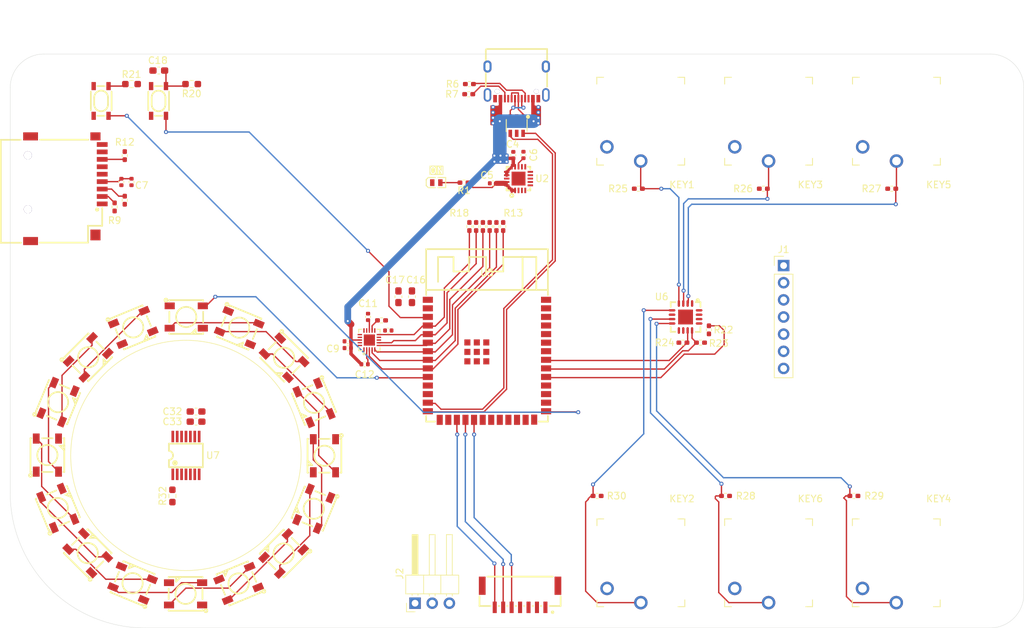
<source format=kicad_pcb>
(kicad_pcb (version 20241229) (generator "pcbnew") (generator_version "9.0")
  (layers (0 "F.Cu" signal) (4 "In1.Cu" power) (6 "In2.Cu" power) (2 "B.Cu" signal) (13 "F.Paste" user) (15 "B.Paste" user) (5 "F.SilkS" user "F.Silkscreen") (7 "B.SilkS" user "B.Silkscreen") (1 "F.Mask" user) (3 "B.Mask" user) (25 "Edge.Cuts" user))
  (net 0 "")
  (net 1 "5V")
  (net 2 "GND")
  (net 3 "USB_D+_UP")
  (net 4 "3V3")
  (net 5 "Net-(U2-NR{slash}SS)")
  (net 6 "Net-(U4-1.8VOUT)")
  (net 7 "Net-(U4-VCP)")
  (net 8 "EN")
  (net 9 "SD_CS")
  (net 11 "MISO")
  (net 12 "MOSI")
  (net 13 "SCK")
  (net 15 "USB_D+")
  (net 16 "USB_D-")
  (net 17 "Net-(LED1-A)")
  (net 18 "Net-(LED2-DOUT)")
  (net 19 "NEOPIXEL_DIN")
  (net 20 "Net-(LED3-DOUT)")
  (net 21 "Net-(LED4-DOUT)")
  (net 22 "Net-(LED5-DOUT)")
  (net 23 "Net-(LED6-DOUT)")
  (net 24 "Net-(LED7-DOUT)")
  (net 25 "Net-(LED8-DOUT)")
  (net 26 "Net-(USB1-CC1)")
  (net 27 "Net-(USB1-CC2)")
  (net 28 "UH")
  (net 29 "VH")
  (net 30 "WH")
  (net 31 "UL")
  (net 32 "WL")
  (net 33 "VL")
  (net 34 "Net-(U4-DIAG)")
  (net 35 "BOOT")
  (net 36 "SDA")
  (net 37 "SCL")
  (net 38 "KEY_INT")
  (net 39 "KEY1")
  (net 40 "KEY2")
  (net 41 "KEY3")
  (net 42 "KEY6")
  (net 43 "KEY5")
  (net 44 "KEY4")
  (net 45 "ENCODER_CS")
  (net 52 "B_OUT")
  (net 54 "A_OUT")
  (net 55 "OLED_RST")
  (net 59 "OLED_DC")
  (net 60 "OLED_CS")
  (net 67 "U")
  (net 68 "W")
  (net 69 "V")
  (net 83 "Net-(LED10-DIN)")
  (net 84 "Net-(LED10-DOUT)")
  (net 85 "Net-(LED11-DOUT)")
  (net 86 "Net-(LED12-DOUT)")
  (net 87 "Net-(LED13-DOUT)")
  (net 88 "Net-(LED14-DOUT)")
  (net 89 "Net-(LED15-DOUT)")
  (net 90 "Net-(LED16-DOUT)")
  (net 92 "USB_D-_UP")
  (footprint "MountingHole:MountingHole_2.2mm_M2" (layer "F.Cu") (at 103.3325 117.7175)
    (property "Reference" "REF**" (hide yes))
    (property "Value" "MountingHole_2.2mm_M2" (hide yes))
  )
  (footprint "easyeda2kicad:LED-SMD_4P-L5.0-W5.0-TL_WS2812B-B" (layer "F.Cu") (at 95.589666 96.468956 45)
    (property "Reference" "LED16" (hide yes))
    (property "Value" "WS2812B-B/W" (hide yes))
  )
  (footprint "Capacitor_SMD:C_0402_1005Metric" (layer "F.Cu") (at 100.5 70.5 90)
    (property "Reference" "C8" (hide yes))
    (property "Value" "0.1uF 6.3V" (hide yes))
  )
  (footprint "Capacitor_SMD:C_0603_1608Metric_Pad1.08x0.95mm_HandSolder" (layer "F.Cu") (at 111.55 106)
    (property "Reference" "C33")
    (property "Value" "0.1uF 6.3V" (hide yes))
  )
  (footprint "Resistor_SMD:R_0402_1005Metric_Pad0.72x0.64mm_HandSolder" (layer "F.Cu") (at 187.45 92.4025 -90)
    (property "Reference" "R22")
    (property "Value" "4.7K" (hide yes))
  )
  (footprint "Capacitor_SMD:C_0402_1005Metric" (layer "F.Cu") (at 102 70.5 90)
    (property "Reference" "C7")
    (property "Value" "10uF 6.3V" (hide yes))
  )
  (footprint "key-switches:SW_Kailh_Choc_V1_THT" (layer "F.Cu") (at 196.275 61.5)
    (property "Reference" "SW3" (hide yes))
    (property "Value" "SW_Push" (hide yes))
  )
  (footprint "easyeda2kicad:VQFN-16_L4.0-W4.0-P0.65-TL-EP2.2" (layer "F.Cu") (at 183.99 90.5 -90)
    (property "Reference" "U6")
    (property "Value" "PCA9554ARGVR" (hide yes))
  )
  (footprint "Capacitor_SMD:C_0402_1005Metric" (layer "F.Cu") (at 160 66.5 -90)
    (property "Reference" "C6")
    (property "Value" "100nF 10V" (hide yes))
  )
  (footprint "Resistor_SMD:R_0402_1005Metric_Pad0.72x0.64mm_HandSolder" (layer "F.Cu") (at 156 77.0975 90)
    (property "Reference" "R14" (hide yes))
    (property "Value" "100K" (hide yes))
  )
  (footprint "easyeda2kicad:TF-SMD_TF-PUSH" (layer "F.Cu") (at 92.3625 71.5 -90)
    (property "Reference" "Card1" (hide yes))
    (property "Value" "TF PUSH" (hide yes))
  )
  (footprint "Resistor_SMD:R_0603_1608Metric_Pad0.98x0.95mm_HandSolder" (layer "F.Cu") (at 110.9 56 180)
    (property "Reference" "R20")
    (property "Value" "10K" (hide yes))
  )
  (footprint "Resistor_SMD:R_0402_1005Metric_Pad0.72x0.64mm_HandSolder" (layer "F.Cu") (at 183.6 94.3 180)
    (property "Reference" "R24")
    (property "Value" "4.7K" (hide yes))
  )
  (footprint "Capacitor_SMD:C_0603_1608Metric_Pad1.08x0.95mm_HandSolder" (layer "F.Cu") (at 143.5 87.5 -90)
    (property "Reference" "C16")
    (property "Value" "0.1uF 6.3V" (hide yes))
  )
  (footprint "key-switches:SW_Kailh_Choc_V1_THT" (layer "F.Cu") (at 215.2 61.5)
    (property "Reference" "SW5" (hide yes))
    (property "Value" "SW_Push" (hide yes))
  )
  (footprint "Capacitor_SMD:C_0402_1005Metric" (layer "F.Cu") (at 134 94.1 180)
    (property "Reference" "C10" (hide yes))
    (property "Value" "0.1uF 10V" (hide yes))
  )
  (footprint "MountingHole:MountingHole_2.2mm_M2" (layer "F.Cu") (at 116.7675 104.2825)
    (property "Reference" "REF**" (hide yes))
    (property "Value" "MountingHole_2.2mm_M2" (hide yes))
  )
  (footprint "MountingHole:MountingHole_2.2mm_M2" (layer "F.Cu") (at 116.7675 117.7175)
    (property "Reference" "REF**" (hide yes))
    (property "Value" "MountingHole_2.2mm_M2" (hide yes))
  )
  (footprint "easyeda2kicad:LED-SMD_4P-L5.0-W5.0-TL_WS2812B-B" (layer "F.Cu") (at 110 131.5 180)
    (property "Reference" "LED10" (hide yes))
    (property "Value" "WS2812B-B/W" (hide yes))
  )
  (footprint "Resistor_SMD:R_0402_1005Metric_Pad0.72x0.64mm_HandSolder" (layer "F.Cu") (at 189.9025 117 180)
    (property "Reference" "R28")
    (property "Value" "10K" (hide yes))
  )
  (footprint "easyeda2kicad:TSSOP-14_L5.0-W4.4-P0.65-LS6.4-BL" (layer "F.Cu") (at 110.06 111)
    (property "Reference" "U7")
    (property "Value" "AS5047P-ATSM_C962063" (hide yes))
  )
  (footprint "easyeda2kicad:LED-SMD_4P-L5.0-W5.0-TL_WS2812B-B" (layer "F.Cu") (at 130.55 111.05 -90)
    (property "Reference" "LED6" (hide yes))
    (property "Value" "WS2812B-B/W" (hide yes))
  )
  (footprint "Connector_PinHeader_2.54mm:PinHeader_1x03_P2.54mm_Horizontal" (layer "F.Cu") (at 143.96 132.885 90)
    (property "Reference" "J2")
    (property "Value" "Conn_01x03")
  )
  (footprint "Resistor_SMD:R_0402_1005Metric_Pad0.72x0.64mm_HandSolder" (layer "F.Cu") (at 155 77.0975 90)
    (property "Reference" "R15" (hide yes))
    (property "Value" "100K" (hide yes))
  )
  (footprint "Resistor_SMD:R_0402_1005Metric_Pad0.72x0.64mm_HandSolder" (layer "F.Cu") (at 151.9025 57.5 180)
    (property "Reference" "R7")
    (property "Value" "5.1K" (hide yes))
  )
  (footprint "easyeda2kicad:LED-SMD_4P-L5.0-W5.0-TL_WS2812B-B" (layer "F.Cu") (at 110.1 90.5)
    (property "Reference" "LED2" (hide yes))
    (property "Value" "WS2812B-B/W" (hide yes))
  )
  (footprint "Resistor_SMD:R_0402_1005Metric_Pad0.72x0.64mm_HandSolder" (layer "F.Cu") (at 152 77.0975 90)
    (property "Reference" "R18")
    (property "Value" "100K" (hide yes))
  )
  (footprint "Resistor_SMD:R_0402_1005Metric_Pad0.72x0.64mm_HandSolder" (layer "F.Cu") (at 151.2025 70.6 180)
    (property "Reference" "R1")
    (property "Value" "10K" (hide yes))
  )
  (footprint "Resistor_SMD:R_0402_1005Metric_Pad0.72x0.64mm_HandSolder" (layer "F.Cu") (at 208.9025 117 180)
    (property "Reference" "R29")
    (property "Value" "10K" (hide yes))
  )
  (footprint "easyeda2kicad:LED-SMD_4P-L5.0-W5.0-TL_WS2812B-B" (layer "F.Cu") (at 128.970396 118.891204 -112.5)
    (property "Reference" "LED7" (hide yes))
    (property "Value" "WS2812B-B/W" (hide yes))
  )
  (footprint "Capacitor_SMD:C_0402_1005Metric" (layer "F.Cu") (at 155.5 70.7)
    (property "Reference" "C5")
    (property "Value" "10uF 6.3V" (hide yes))
  )
  (footprint "Capacitor_SMD:C_0402_1005Metric" (layer "F.Cu") (at 136.5 97.5)
    (property "Reference" "C12")
    (property "Value" "0.1uF 10V" (hide yes))
  )
  (footprint "easyeda2kicad:LED-SMD_L1.6-W0.8-RD-WHITE-2" (layer "F.Cu") (at 147.105 70.6)
    (property "Reference" "LED1" (hide yes))
    (property "Value" "HL-PST-1608H233W(8000-12000K)" (hide yes))
  )
  (footprint "key-switches:SW_Kailh_Choc_V1_THT" (layer "F.Cu") (at 177.35 61.5)
    (property "Reference" "SW1" (hide yes))
    (property "Value" "SW_Push" (hide yes))
  )
  (footprint "easyeda2kicad:LED-SMD_4P-L5.0-W5.0-TL_WS2812B-B" (layer "F.Cu") (at 91.129604 103.108796 67.5)
    (property "Reference" "LED15" (hide yes))
    (property "Value" "WS2812B-B/W" (hide yes))
  )
  (footprint "easyeda2kicad:LED-SMD_4P-L5.0-W5.0-TL_WS2812B-B" (layer "F.Cu") (at 124.510334 125.531044 -135)
    (property "Reference" "LED8" (hide yes))
    (property "Value" "WS2812B-B/W" (hide yes))
  )
  (footprint "easyeda2kicad:LED-SMD_4P-L5.0-W5.0-TL_WS2812B-B" (layer "F.Cu") (at 117.848816 129.958665 -157.5)
    (property "Reference" "LED9" (hide yes))
    (property "Value" "WS2812B-B/W" (hide yes))
  )
  (footprint "Resistor_SMD:R_0402_1005Metric_Pad0.72x0.64mm_HandSolder" (layer "F.Cu") (at 99.5 74.2 90)
    (property "Reference" "R9")
    (property "Value" "47K" (hide yes))
  )
  (footprint "easyeda2kicad:LED-SMD_4P-L5.0-W5.0-TL_WS2812B-B" (layer "F.Cu") (at 129.008665 103.201184 -67.5)
    (property "Reference" "LED5" (hide yes))
    (property "Value" "WS2812B-B/W" (hide yes))
  )
  (footprint "Capacitor_SMD:C_0603_1608Metric_Pad1.08x0.95mm_HandSolder" (layer "F.Cu") (at 111.55 104.5)
    (property "Reference" "C32")
    (property "Value" "1uF 6.3V" (hide yes))
  )
  (footprint "Resistor_SMD:R_0402_1005Metric_Pad0.72x0.64mm_HandSolder" (layer "F.Cu") (at 154 77.0975 90)
    (property "Reference" "R16" (hide yes))
    (property "Value" "100K" (hide yes))
  )
  (footprint "easyeda2kicad:LED-SMD_4P-L5.0-W5.0-TL_WS2812B-B" (layer "F.Cu") (at 89.55 110.95 90)
    (property "Reference" "LED14" (hide yes))
    (property "Value" "WS2812B-B/W" (hide yes))
  )
  (footprint "MountingHole:MountingHole_3.2mm_M3" (layer "F.Cu") (at 229 131.5)
    (property "Reference" "REF**" (hide yes))
    (property "Value" "MountingHole_3.2mm_M3" (hide yes))
  )
  (footprint "key-switches:SW_Kailh_Choc_V1_THT" (layer "F.Cu") (at 196.275 126.9)
    (property "Reference" "SW6" (hide yes))
    (property "Value" "SW_Push" (hide yes))
  )
  (footprint "Resistor_SMD:R_0603_1608Metric_Pad0.98x0.95mm_HandSolder" (layer "F.Cu") (at 102 56)
    (property "Reference" "R21")
    (property "Value" "10K" (hide yes))
  )
  (footprint "MountingHole:MountingHole_2.7mm_M2.5" (layer "F.Cu") (at 168.525 109.936625)
    (property "Reference" "REF**" (hide yes))
    (property "Value" "MountingHole_2.7mm_M2.5" (hide yes))
  )
  (footprint "MountingHole:MountingHole_2.2mm_M2" (layer "F.Cu") (at 103.3325 104.2825)
    (property "Reference" "REF**" (hide yes))
    (property "Value" "MountingHole_2.2mm_M2" (hide yes))
  )
  (footprint "easyeda2kicad:USB-C-SMD_TYPE-C-6PIN-2MD-073" (layer "F.Cu") (at 159 55.78 180)
    (property "Reference" "USB1" (hide yes))
    (property "Value" "TYPE-C 16PIN 2MD(073)" (hide yes))
  )
  (footprint "Resistor_SMD:R_0402_1005Metric_Pad0.72x0.64mm_HandSolder" (layer "F.Cu") (at 101 66.5975 90)
    (property "Reference" "R12")
    (property "Value" "47K" (hide yes))
  )
  (footprint "MountingHole:MountingHole_2.7mm_M2.5" (layer "F.Cu") (at 168.525 77.436625)
    (property "Reference" "REF**" (hide yes))
    (property "Value" "MountingHole_2.7mm_M2.5" (hide yes))
  )
  (footprint "Capacitor_SMD:C_0402_1005Metric" (layer "F.Cu") (at 137 90.48 90)
    (property "Reference" "C11")
    (property "Value" "0.1uF" (hide yes))
  )
  (footprint "Resistor_SMD:R_0402_1005Metric_Pad0.72x0.64mm_HandSolder" (layer "F.Cu") (at 195.5 71.5)
    (property "Reference" "R26")
    (property "Value" "10K" (hide yes))
  )
  (footprint "easyeda2kicad:LED-SMD_4P-L5.0-W5.0-TL_WS2812B-B" (layer "F.Cu") (at 91.091335 118.798816 112.5)
    (property "Reference" "LED13" (hide yes))
    (property "Value" "WS2812B-B/W" (hide yes))
  )
  (footprint "easyeda2kicad:LED-SMD_4P-L5.0-W5.0-TL_WS2812B-B" (layer "F.Cu") (at 95.518956 125.460334 135)
    (property "Reference" "LED12" (hide yes))
    (property "Value" "WS2812B-B/W" (hide yes))
  )
  (footprint "MountingHole:MountingHole_2.7mm_M2.5" (layer "F.Cu") (at 224.025 77.436625)
    (property "Reference" "REF**" (hide yes))
    (property "Value" "MountingHole_2.7mm_M2.5" (hide yes))
  )
  (footprint "easyeda2kicad:SOT-23-6_L2.9-W1.6-P0.95-LS2.8-BL" (layer "F.Cu") (at 159 62.15 180)
    (property "Reference" "D5" (hide yes))
    (property "Value" "USBLC6-2SC6" (hide yes))
  )
  (footprint "Capacitor_SMD:C_0402_1005Metric" (layer "F.Cu") (at 158.5 66.52 -90)
    (property "Reference" "C4")
    (property "Value" "10uF 10V" (hide yes))
  )
  (footprint "MountingHole:MountingHole_3.2mm_M3" (layer "F.Cu") (at 229 56.5)
    (property "Reference" "REF**" (hide yes))
    (property "Value" "MountingHole_3.2mm_M3" (hide yes))
  )
  (footprint "Resistor_SMD:R_0402_1005Metric_Pad0.72x0.64mm_HandSolder" (layer "F.Cu") (at 153 77.0975 90)
    (property "Reference" "R17" (hide yes))
    (property "Value" "100K" (hide yes))
  )
  (footprint "MountingHole:MountingHole_3.2mm_M3" (layer "F.Cu") (at 137 131.5)
    (property "Reference" "REF**" (hide yes))
    (property "Value" "MountingHole_3.2mm_M3" (hide yes))
  )
  (footprint "Resistor_SMD:R_0402_1005Metric_Pad0.72x0.64mm_HandSolder" (layer "F.Cu") (at 101 73.2 90)
    (property "Reference" "R10" (hide yes))
    (property "Value" "47K" (hide yes))
  )
  (footprint "Connector_PinHeader_2.54mm:PinHeader_1x07_P2.54mm_Vertical" (layer "F.Cu") (at 198.5 82.88)
    (property "Reference" "J1")
    (property "Value" "Conn_01x07")
  )
  (footprint "Resistor_SMD:R_0402_1005Metric_Pad0.72x0.64mm_HandSolder" (layer "F.Cu") (at 157 77.0975 90)
    (property "Reference" "R13")
    (property "Value" "100K" (hide yes))
  )
  (footprint "Resistor_SMD:R_0402_1005Metric_Pad0.72x0.64mm_HandSolder" (layer "F.Cu") (at 214.5 71.5)
    (property "Reference" "R27")
    (property "Value" "10K" (hide yes))
  )
  (footprint "Resistor_SMD:R_0402_1005Metric_Pad0.72x0.64mm_HandSolder" (layer "F.Cu") (at 170.9025 117 180)
    (property "Reference" "R30")
    (property "Value" "10K" (hide yes))
  )
  (footprint "easyeda2kicad:KEY-SMD_4P-L4.2-W3.2-P2.20-LS5.1-TL" (layer "F.Cu") (at 97.5 58.5 90)
    (property "Reference" "SW8" (hide yes))
    (property "Value" "C92589" (hide yes))
  )
  (footprint "easyeda2kicad:LED-SMD_4P-L5.0-W5.0-TL_WS2812B-B" (layer "F.Cu") (at 117.941204 92.079604 -22.5)
    (property "Reference" "LED3" (hide yes))
    (property "Value" "WS2812B-B/W" (hide yes))
  )
  (footprint "key-switches:SW_Kailh_Choc_V1_THT" (layer "F.Cu") (at 177.375 126.9)
    (property "Reference" "SW2" (hide yes))
    (property "Value" "SW_Push" (hide yes))
  )
  (footprint "Capacitor_SMD:C_0603_1608Metric_Pad1.08x0.95mm_HandSolder" (layer "F.Cu") (at 141.5 87.5 -90)
    (property "Reference" "C17")
    (property "Value" "10uF 6.3V" (hide yes))
  )
  (footprint "easyeda2kicad:CONN-SMD_7P-P1.25_XYECONN_XY-GH1.25-7A61" (layer "F.Cu") (at 159.5 131.9 180)
    (property "Reference" "U5" (hide yes))
    (property "Value" "XY-GH1.25-7A61" (hide yes))
  )
  (footprint "MountingHole:MountingHole_3.2mm_M3" (layer "F.Cu") (at 89 56.5)
    (property "Reference" "REF**" (hide yes))
    (property "Value" "MountingHole_3.2mm_M3" (hide yes))
  )
  (footprint "key-switches:SW_Kailh_Choc_V1_THT" (layer "F.Cu") (at 215.175 126.9)
    (property "Reference" "SW4" (hide yes))
    (property "Value" "SW_Push" (hide yes))
  )
  (footprint "easyeda2kicad:QFN-20_L3.0-W3.0-P0.40-BL-EP1.7" (layer "F.Cu") (at 137.2 93.91)
    (property "Reference" "U4" (hide yes))
    (property "Value" "TMC6300-LA-T_C5274455" (hide yes))
  )
  (footprint "Resistor_SMD:R_0603_1608Metric_Pad0.98x0.95mm_HandSolder" (layer "F.Cu") (at 108.05 117 90)
    (property "Reference" "R32")
    (property "Value" "10K" (hide yes))
  )
  (footprint "easyeda2kicad:VQFN-20_L3.5-W3.5-P0.50-BL-EP2.1" (layer "F.Cu") (at 159.27 70)
    (property "Reference" "U2")
    (property "Value" "SGM2050XTRL20G/TR" (hide yes))
  )
  (footprint "Capacitor_SMD:C_0402_1005Metric" (layer "F.Cu") (at 140 92.5 180)
    (property "Reference" "C13" (hide yes))
    (property "Value" "0.1uF 6.3V" (hide yes))
  )
  (footprint "Resistor_SMD:R_0402_1005Metric_Pad0.72x0.64mm_HandSolder" (layer "F.Cu") (at 177 71.5)
    (property "Reference" "R25")
    (property "Value" "10K" (hide yes))
  )
  (footprint "Resistor_SMD:R_0402_1005Metric_Pad0.72x0.64mm_HandSolder" (layer "F.Cu") (at 152 56 180)
    (property "Reference" "R6")
    (property "Value" "5.1K" (hide yes))
  )
  (footprint "Capacitor_SMD:C_0402_1005Metric" (layer "F.Cu") (at 134 95.1 180)
    (property "Reference" "C9")
    (property "Value" "10uF 10V" (hide yes))
  )
  (footprint "easyeda2kicad:LED-SMD_4P-L5.0-W5.0-TL_WS2812B-B" (layer "F.Cu") (at 102.158796 129.920396 157.5)
    (property "Reference" "LED11" (hide yes))
    (property "Value" "WS2812B-B/W" (hide yes))
  )
  (footprint "easyeda2kicad:LED-SMD_4P-L5.0-W5.0-TL_WS2812B-B" (layer "F.Cu") (at 102.251184 92.041335 22.5)
    (property "Reference" "LED17" (hide yes))
    (property "Value" "WS2812B-B/W" (hide yes))
  )
  (footprint "Resistor_SMD:R_0402_1005Metric_Pad0.72x0.64mm_HandSolder" (layer "F.Cu") (at 139 91)
    (property "Reference" "R19" (hide yes))
    (property "Value" "10K" (hide yes))
  )
  (footprint "easyeda2kicad:WIRELM-SMD_ESP32-S3-WROOM-1" (layer "F.Cu") (at 154.6 96.8375)
    (property "Reference" "U3")
    (property "Value" "ESP32-S3-WROOM-1(N16R8)" (hide yes))
  )
  (footprint "easyeda2kicad:KEY-SMD_4P-L4.2-W3.2-P2.20-LS5.1-TL" (layer "F.Cu") (at 106 58.5 90)
    (property "Reference" "SW7" (hide yes))
    (property "Value" "C92589" (hide yes))
  )
  (footprint "Capacitor_SMD:C_0603_1608Metric_Pad1.08x0.95mm_HandSolder" (layer "F.Cu") (at 106.0375 54 180)
    (property "Reference" "C18")
    (property "Value" "0.1uF 6.3V" (hide yes))
  )
  (footprint "MountingHole:MountingHole_2.7mm_M2.5" (layer "F.Cu") (at 224.025 109.936625)
    (property "Reference" "REF**" (hide yes))
    (property "Value" "MountingHole_2.7mm_M2.5" (hide yes))
  )
  (footprint "easyeda2kicad:LED-SMD_4P-L5.0-W5.0-TL_WS2812B-B" (layer "F.Cu") (at 124.581044 96.539666 -45)
    (property "Reference" "LED4" (hide yes))
    (property "Value" "WS2812B-B/W" (hide yes))
  )
  (footprint "Resistor_SMD:R_0402_1005Metric_Pad0.72x0.64mm_HandSolder" (layer "F.Cu") (at 186.2 94.3)
    (property "Reference" "R23")
    (property "Value" "4.7K" (hide yes))
  )
  (gr_circle (center 110.05 111) (end 127.1 111) (stroke (width 0.1)) (fill no) (layer "F.SilkS"))
  (gr_arc (start 234.05 131.55) (mid 232.585534 135.085534) (end 229.05 136.55) (stroke (width 0.05)) (layer "Edge.Cuts"))
  (gr_line (start 89.05 51.55) (end 229.05 51.55) (stroke (width 0.05)) (layer "Edge.Cuts"))
  (gr_arc (start 84.05 56.55) (mid 85.514466 53.014466) (end 89.05 51.55) (stroke (width 0.05)) (layer "Edge.Cuts"))
  (gr_line (start 229.05 136.55) (end 104.05 136.55) (stroke (width 0.05)) (layer "Edge.Cuts"))
  (gr_line (start 84.05 116.55) (end 84.05 56.55) (stroke (width 0.05)) (layer "Edge.Cuts"))
  (gr_arc (start 104.05 136.55) (mid 89.907864 130.692136) (end 84.05 116.55) (stroke (width 0.05)) (layer "Edge.Cuts"))
  (gr_line (start 234.05 56.55) (end 234.05 131.55) (stroke (width 0.05)) (layer "Edge.Cuts"))
  (gr_arc (start 229.05 51.55) (mid 232.585534 53.014466) (end 234.05 56.55) (stroke (width 0.05)) (layer "Edge.Cuts"))
  (gr_text "KEY5" (at 219.5 71.5 0) (layer "F.SilkS") (effects (font (size 1 1)) (justify left bottom)))
  (gr_text "ON" (at 146 69.4 0) (layer "F.SilkS" knockout) (effects (font (size 1 1)) (justify left bottom)))
  (gr_text "KEY3" (at 200.5 71.5 0) (layer "F.SilkS") (effects (font (size 1 1)) (justify left bottom)))
  (gr_text "KEY2" (at 181.5 118 0) (layer "F.SilkS") (effects (font (size 1 1)) (justify left bottom)))
  (gr_text "KEY1" (at 181.5 71.5 0) (layer "F.SilkS") (effects (font (size 1 1)) (justify left bottom)))
  (gr_text "KEY6" (at 200.5 118 0) (layer "F.SilkS") (effects (font (size 1 1)) (justify left bottom)))
  (gr_text "KEY4" (at 219.5 118 0) (layer "F.SilkS") (effects (font (size 1 1)) (justify left bottom)))
  (segment (start 134.48 95.1) (end 134.48 95.96) (width 0.5) (layer "F.Cu") (net 1))
  (segment (start 158.5 67) (end 157.4 67) (width 0.5) (layer "F.Cu") (net 1))
  (segment (start 161.5 61.5) (end 161.4 61.4) (width 0.2) (layer "F.Cu") (net 1))
  (segment (start 156.6 58.16) (end 156.6 61.4) (width 0.5) (layer "F.Cu") (net 1))
  (segment (start 134.48 94.1) (end 134.48 95.1) (width 0.5) (layer "F.Cu") (net 1))
  (segment (start 157.4 67) (end 157.4 66.7) (width 0.5) (layer "F.Cu") (net 1))
  (segment (start 134.67 93.91) (end 134.48 94.1) (width 0.2) (layer "F.Cu") (net 1))
  (segment (start 156.6 61.4) (end 156.5 61.5) (width 0.2) (layer "F.Cu") (net 1))
  (segment (start 158.5 67) (end 158.5 67.98) (width 0.5) (layer "F.Cu") (net 1))
  (segment (start 135.79 93.91) (end 134.67 93.91) (width 0.2) (layer "F.Cu") (net 1))
  (segment (start 158.5 67) (end 158.5 68.02) (width 0.5) (layer "F.Cu") (net 1))
  (segment (start 158.27 68.25) (end 157.52 69) (width 0.4) (layer "F.Cu") (net 1))
  (segment (start 158.5 67.98) (end 158.77 68.25) (width 0.2) (layer "F.Cu") (net 1))
  (segment (start 157.4 66.7) (end 157.5 66.6) (width 0.5) (layer "F.Cu") (net 1))
  (segment (start 161.4 61.4) (end 161.4 58.16) (width 0.5) (layer "F.Cu") (net 1))
  (segment (start 134 91.1) (end 134.48 91.58) (width 1) (layer "F.Cu") (net 1))
  (segment (start 134.48 91.58) (end 134.48 94.1) (width 0.5) (layer "F.Cu") (net 1))
  (segment (start 158.5 68.02) (end 158.27 68.25) (width 0.2) (layer "F.Cu") (net 1))
  (segment (start 134.48 95.96) (end 136.02 97.5) (width 0.5) (layer "F.Cu") (net 1))
  (segment (start 157.52 69) (end 157.52 69.5) (width 0.5) (layer "F.Cu") (net 1))
  (via (at 162.2 61.8) (size 0.6) (drill 0.3) (layers "F.Cu" "B.Cu") (net 1))
  (via (at 157.5 66.6) (size 0.6) (drill 0.3) (layers "F.Cu" "B.Cu") (net 1))
  (via (at 155.5 61) (size 0.6) (drill 0.3) (layers "F.Cu" "B.Cu") (net 1))
  (via (at 161.5 61.5) (size 0.6) (drill 0.3) (layers "F.Cu" "B.Cu") (net 1))
  (via (at 156.6 66.6) (size 0.6) (drill 0.3) (layers "F.Cu" "B.Cu") (net 1))
  (via (at 155.7 66.6) (size 0.6) (drill 0.3) (layers "F.Cu" "B.Cu") (net 1))
  (via (at 155.5 59.4) (size 0.6) (drill 0.3) (layers "F.Cu" "B.Cu") (net 1))
  (via (at 155.7 67.5) (size 0.6) (drill 0.3) (layers "F.Cu" "B.Cu") (net 1))
  (via (at 134 91.1) (size 0.6) (drill 0.3) (layers "F.Cu" "B.Cu") (net 1))
  (via (at 162.2 60.2) (size 0.6) (drill 0.3) (layers "F.Cu" "B.Cu") (net 1))
  (via (at 162.2 59.4) (size 0.6) (drill 0.3) (layers "F.Cu" "B.Cu") (net 1))
  (via (at 162.2 61) (size 0.6) (drill 0.3) (layers "F.Cu" "B.Cu") (net 1))
  (via (at 156.5 61.5) (size 0.6) (drill 0.3) (layers "F.Cu" "B.Cu") (net 1))
  (via (at 155.5 61.8) (size 0.6) (drill 0.3) (layers "F.Cu" "B.Cu") (net 1))
  (via (at 155.5 60.2) (size 0.6) (drill 0.3) (layers "F.Cu" "B.Cu") (net 1))
  (via (at 157.5 67.5) (size 0.6) (drill 0.3) (layers "F.Cu" "B.Cu") (net 1))
  (via (at 156.6 67.5) (size 0.6) (drill 0.3) (layers "F.Cu" "B.Cu") (net 1))
  (segment (start 156.5 66.5) (end 134 89) (width 1) (layer "B.Cu") (net 1))
  (segment (start 134 89) (end 134 91.1) (width 1) (layer "B.Cu") (net 1))
  (segment (start 156.5 61.5) (end 156.5 66.5) (width 2) (layer "B.Cu") (net 1))
  (segment (start 156.5 61.5) (end 161.5 61.5) (width 2) (layer "B.Cu") (net 1))
  (segment (start 156.5 66.5) (end 156.6 66.6) (width 0.2) (layer "B.Cu") (net 1))
  (segment (start 159.25 57.358) (end 159.25 58.16) (width 0.2) (layer "F.Cu") (net 3))
  (segment (start 159.201 57.309) (end 159.25 57.358) (width 0.2) (layer "F.Cu") (net 3))
  (segment (start 158.299 57.309) (end 159.201 57.309) (width 0.2) (layer "F.Cu") (net 3))
  (segment (start 159.95 60.45) (end 159.95 61) (width 0.2) (layer "F.Cu") (net 3))
  (segment (start 158.25 57.358) (end 158.299 57.309) (width 0.2) (layer "F.Cu") (net 3))
  (segment (start 159.25 58.16) (end 159.25 59.75) (width 0.2) (layer "F.Cu") (net 3))
  (segment (start 159.25 59.75) (end 159.95 60.45) (width 0.2) (layer "F.Cu") (net 3))
  (segment (start 158.25 58.16) (end 158.25 57.358) (width 0.2) (layer "F.Cu") (net 3))
  (segment (start 155.98 70.7) (end 157.32 70.7) (width 0.75) (layer "F.Cu") (net 4))
  (segment (start 152.511 71.311) (end 151.8 70.6) (width 0.2) (layer "F.Cu") (net 4))
  (segment (start 157.52 71) (end 158.27 71.75) (width 0.5) (layer "F.Cu") (net 4))
  (segment (start 100.5 70.02) (end 102 70.02) (width 0.2) (layer "F.Cu") (net 4))
  (segment (start 155.98 70.7) (end 155.369 71.311) (width 0.2) (layer "F.Cu") (net 4))
  (segment (start 97.6625 70.45) (end 100.07 70.45) (width 0.2) (layer "F.Cu") (net 4))
  (segment (start 158.27 71.75) (end 158.679 71.75) (width 0.5) (layer "F.Cu") (net 4))
  (segment (start 155.369 71.311) (end 152.511 71.311) (width 0.2) (layer "F.Cu") (net 4))
  (segment (start 157.32 70.7) (end 157.52 70.5) (width 0.2) (layer "F.Cu") (net 4))
  (segment (start 100.07 70.45) (end 100.5 70.02) (width 0.2) (layer "F.Cu") (net 4))
  (segment (start 159.27 68.25) (end 159.27 67.71) (width 0.2) (layer "F.Cu") (net 5))
  (segment (start 159.27 67.71) (end 160 66.98) (width 0.2) (layer "F.Cu") (net 5))
  (segment (start 137.2 92.5) (end 137.2 91.16) (width 0.2) (layer "F.Cu") (net 6))
  (segment (start 137.2 91.16) (end 137 90.96) (width 0.2) (layer "F.Cu") (net 6))
  (segment (start 136.8 95.32) (end 136.8 96.6) (width 0.2) (layer "F.Cu") (net 7))
  (segment (start 136.8 96.6) (end 136.98 96.78) (width 0.2) (layer "F.Cu") (net 7))
  (segment (start 136.98 96.78) (end 136.98 97.5) (width 0.2) (layer "F.Cu") (net 7))
  (segment (start 137 80.7) (end 140.1 83.8) (width 0.2) (layer "F.Cu") (net 8))
  (segment (start 107.1 54.2) (end 106.9 54) (width 0.2) (layer "F.Cu") (net 8))
  (segment (start 141.7875 90.5875) (end 146 90.5875) (width 0.2) (layer "F.Cu") (net 8))
  (segment (start 107.1 56.3) (end 109.6875 56.3) (width 0.2) (layer "F.Cu") (net 8))
  (segment (start 140.1 83.8) (end 140.1 88.9) (width 0.2) (layer "F.Cu") (net 8))
  (segment (start 109.6875 56.3) (end 109.9875 56) (width 0.2) (layer "F.Cu") (net 8))
  (segment (start 107.1 56.3) (end 107.1 54.2) (width 0.2) (layer "F.Cu") (net 8))
  (segment (start 140.1 88.9) (end 141.7875 90.5875) (width 0.2) (layer "F.Cu") (net 8))
  (segment (start 107.1 60.7) (end 107.1 63.1) (width 0.2) (layer "F.Cu") (net 8))
  (via (at 137 80.7) (size 0.6) (drill 0.3) (layers "F.Cu" "B.Cu") (net 8))
  (via (at 107.1 63.1) (size 0.6) (drill 0.3) (layers "F.Cu" "B.Cu") (net 8))
  (segment (start 107.1 63.1) (end 119.4 63.1) (width 0.2) (layer "B.Cu") (net 8))
  (segment (start 119.4 63.1) (end 137 80.7) (width 0.2) (layer "B.Cu") (net 8))
  (segment (start 97.6625 72.65) (end 98.5475 72.65) (width 0.2) (layer "F.Cu") (net 9))
  (segment (start 98.5475 72.65) (end 99.5 73.6025) (width 0.2) (layer "F.Cu") (net 9))
  (segment (start 100.955 67.15) (end 101 67.195) (width 0.2) (layer "F.Cu") (net 11))
  (segment (start 97.6625 67.15) (end 100.955 67.15) (width 0.2) (layer "F.Cu") (net 11))
  (segment (start 99.05 71.55) (end 100.1025 72.6025) (width 0.2) (layer "F.Cu") (net 12))
  (segment (start 97.6625 71.55) (end 99.05 71.55) (width 0.2) (layer "F.Cu") (net 12))
  (segment (start 100.1025 72.6025) (end 101 72.6025) (width 0.2) (layer "F.Cu") (net 12))
  (segment (start 164.7 66.2) (end 164.7 82.2) (width 0.2) (layer "F.Cu") (net 15))
  (segment (start 161.8 63.3) (end 164.7 66.2) (width 0.2) (layer "F.Cu") (net 15))
  (segment (start 159.95 63.3) (end 161.8 63.3) (width 0.2) (layer "F.Cu") (net 15))
  (segment (start 157.5 101.2) (end 154.1425 104.5575) (width 0.2) (layer "F.Cu") (net 15))
  (segment (start 164.7 82.2) (end 157.5 89.4) (width 0.2) (layer "F.Cu") (net 15))
  (segment (start 157.5 89.4) (end 157.5 101.2) (width 0.2) (layer "F.Cu") (net 15))
  (segment (start 154.1425 104.5575) (end 146 104.5575) (width 0.2) (layer "F.Cu") (net 15))
  (segment (start 162.11645 64.18355) (end 164.299 66.3661) (width 0.2) (layer "F.Cu") (net 16))
  (segment (start 157.099 101.001) (end 153.9435 104.1565) (width 0.2) (layer "F.Cu") (net 16))
  (segment (start 158.48155 64.18355) (end 162.11645 64.18355) (width 0.2) (layer "F.Cu") (net 16))
  (segment (start 164.299 66.3661) (end 164.299 82.0339) (width 0.2) (layer "F.Cu") (net 16))
  (segment (start 147.8 104.1565) (end 146.931 103.2875) (width 0.2) (layer "F.Cu") (net 16))
  (segment (start 158.05 63.3) (end 158.05 63.752) (width 0.2) (layer "F.Cu") (net 16))
  (segment (start 164.299 82.0339) (end 157.099 89.2339) (width 0.2) (layer "F.Cu") (net 16))
  (segment (start 158.05 63.752) (end 158.48155 64.18355) (width 0.2) (layer "F.Cu") (net 16))
  (segment (start 146.931 103.2875) (end 146 103.2875) (width 0.2) (layer "F.Cu") (net 16))
  (segment (start 157.099 89.2339) (end 157.099 101.001) (width 0.2) (layer "F.Cu") (net 16))
  (segment (start 153.9435 104.1565) (end 147.8 104.1565) (width 0.2) (layer "F.Cu") (net 16))
  (segment (start 147.705 70.6) (end 150.605 70.6) (width 0.2) (layer "F.Cu") (net 17))
  (segment (start 107.65 92.15) (end 108.451 91.349) (width 0.2) (layer "F.Cu") (net 18))
  (segment (start 108.451 91.349) (end 120.69236 91.349) (width 0.2) (layer "F.Cu") (net 18))
  (segment (start 120.69236 91.349) (end 120.836137 91.492777) (width 0.2) (layer "F.Cu") (net 18))
  (segment (start 138.3 99.5) (end 145.7275 99.5) (width 0.2) (layer "F.Cu") (net 19))
  (segment (start 145.7275 99.5) (end 145.85 99.3775) (width 0.2) (layer "F.Cu") (net 19))
  (segment (start 113.05 88.85) (end 114.4 87.5) (width 0.2) (layer "F.Cu") (net 19))
  (segment (start 112.55 88.85) (end 113.05 88.85) (width 0.2) (layer "F.Cu") (net 19))
  (via (at 114.4 87.5) (size 0.6) (drill 0.3) (layers "F.Cu" "B.Cu") (net 19))
  (via (at 138.3 99.5) (size 0.6) (drill 0.3) (layers "F.Cu" "B.Cu") (net 19))
  (segment (start 114.4 87.5) (end 120.4 87.5) (width 0.2) (layer "B.Cu") (net 19))
  (segment (start 132.4 99.5) (end 138.3 99.5) (width 0.2) (layer "B.Cu") (net 19))
  (segment (start 120.4 87.5) (end 132.4 99.5) (width 0.2) (layer "B.Cu") (net 19))
  (segment (start 126.347398 97.105351) (end 127.480182 97.105351) (width 0.2) (layer "F.Cu") (net 20))
  (segment (start 121.908478 92.666431) (end 126.347398 97.105351) (width 0.2) (layer "F.Cu") (net 20))
  (segment (start 115.046271 92.666431) (end 121.908478 92.666431) (width 0.2) (layer "F.Cu") (net 20))
  (segment (start 131.470641 104.570641) (end 131.470641 104.833261) (width 0.2) (layer "F.Cu") (net 21))
  (segment (start 121.681906 95.973981) (end 122.873981 95.973981) (width 0.2) (layer "F.Cu") (net 21))
  (segment (start 122.873981 95.973981) (end 131.470641 104.570641) (width 0.2) (layer "F.Cu") (net 21))
  (segment (start 126.546689 101.569107) (end 129.701 104.723418) (width 0.2) (layer "F.Cu") (net 22))
  (segment (start 129.701 104.723418) (end 129.701 111.001) (width 0.2) (layer "F.Cu") (net 22))
  (segment (start 129.701 111.001) (end 132.2 113.5) (width 0.2) (layer "F.Cu") (net 22))
  (segment (start 128.9 108.6) (end 128.9 111.648) (width 0.2) (layer "F.Cu") (net 23))
  (segment (start 128.9 111.648) (end 130.131248 112.879248) (width 0.2) (layer "F.Cu") (net 23))
  (segment (start 130.131248 112.879248) (end 130.131248 121.212112) (width 0.2) (layer "F.Cu") (net 23))
  (segment (start 130.131248 121.212112) (end 129.557223 121.786137) (width 0.2) (layer "F.Cu") (net 23))
  (segment (start 128.383569 122.858478) (end 123.944649 127.297398) (width 0.2) (layer "F.Cu") (net 24))
  (segment (start 128.383569 115.996271) (end 128.383569 122.858478) (width 0.2) (layer "F.Cu") (net 24))
  (segment (start 123.944649 127.297398) (end 123.944649 128.430182) (width 0.2) (layer "F.Cu") (net 24))
  (segment (start 125.076019 122.631906) (end 125.076019 123.76469) (width 0.2) (layer "F.Cu") (net 25))
  (segment (start 125.076019 123.76469) (end 116.420068 132.420641) (width 0.2) (layer "F.Cu") (net 25))
  (segment (start 116.420068 132.420641) (end 116.216739 132.420641) (width 0.2) (layer "F.Cu") (net 25))
  (segment (start 152.6895 55.908) (end 152.5975 56) (width 0.2) (layer "F.Cu") (net 26))
  (segment (start 160.25 57.358) (end 159.8 56.908) (width 0.2) (layer "F.Cu") (net 26))
  (segment (start 156.496464 55.908) (end 152.6895 55.908) (width 0.2) (layer "F.Cu") (net 26))
  (segment (start 157.496464 56.908) (end 156.496464 55.908) (width 0.2) (layer "F.Cu") (net 26))
  (segment (start 159.8 56.908) (end 157.496464 56.908) (width 0.2) (layer "F.Cu") (net 26))
  (segment (start 160.25 58.16) (end 160.25 57.358) (width 0.2) (layer "F.Cu") (net 26))
  (segment (start 156.330364 56.309) (end 153.691 56.309) (width 0.2) (layer "F.Cu") (net 27))
  (segment (start 157.25 58.16) (end 157.25 57.228636) (width 0.2) (layer "F.Cu") (net 27))
  (segment (start 157.25 57.228636) (end 156.330364 56.309) (width 0.2) (layer "F.Cu") (net 27))
  (segment (start 153.691 56.309) (end 152.5 57.5) (width 0.2) (layer "F.Cu") (net 27))
  (segment (start 137.2 95.32) (end 137.2 96.3) (width 0.2) (layer "F.Cu") (net 28))
  (segment (start 150.3 94.5165) (end 150.3 89.4) (width 0.2) (layer "F.Cu") (net 28))
  (segment (start 137.2 96.3) (end 139.1075 98.2075) (width 0.2) (layer "F.Cu") (net 28))
  (segment (start 146.609 98.2075) (end 150.3 94.5165) (width 0.2) (layer "F.Cu") (net 28))
  (segment (start 146 98.2075) (end 146.609 98.2075) (width 0.2) (layer "F.Cu") (net 28))
  (segment (start 139.1075 98.2075) (end 146 98.2075) (width 0.2) (layer "F.Cu") (net 28))
  (segment (start 150.3 89.4) (end 157 82.7) (width 0.2) (layer "F.Cu") (net 28))
  (segment (start 157 82.7) (end 157 77.695) (width 0.2) (layer "F.Cu") (net 28))
  (segment (start 156 83.1) (end 156 77.695) (width 0.2) (layer "F.Cu") (net 29))
  (segment (start 146 96.9375) (end 146.95 96.9375) (width 0.2) (layer "F.Cu") (net 29))
  (segment (start 149.899 93.9885) (end 149.899 89.201) (width 0.2) (layer "F.Cu") (net 29))
  (segment (start 149.899 89.201) (end 156 83.1) (width 0.2) (layer "F.Cu") (net 29))
  (segment (start 137.6 95.8) (end 138.7375 96.9375) (width 0.2) (layer "F.Cu") (net 29))
  (segment (start 137.6 95.32) (end 137.6 95.8) (width 0.2) (layer "F.Cu") (net 29))
  (segment (start 138.7375 96.9375) (end 146 96.9375) (width 0.2) (layer "F.Cu") (net 29))
  (segment (start 146.95 96.9375) (end 149.899 93.9885) (width 0.2) (layer "F.Cu") (net 29))
  (segment (start 138 95.32) (end 138.38 95.7) (width 0.2) (layer "F.Cu") (net 30))
  (segment (start 146.95 95.6675) (end 149.498 93.1195) (width 0.2) (layer "F.Cu") (net 30))
  (segment (start 138.5 95.7) (end 138.5325 95.6675) (width 0.2) (layer "F.Cu") (net 30))
  (segment (start 146 95.6675) (end 146.95 95.6675) (width 0.2) (layer "F.Cu") (net 30))
  (segment (start 138.5325 95.6675) (end 146 95.6675) (width 0.2) (layer "F.Cu") (net 30))
  (segment (start 155 83.2) (end 155 77.695) (width 0.2) (layer "F.Cu") (net 30))
  (segment (start 149.498 88.702) (end 155 83.2) (width 0.2) (layer "F.Cu") (net 30))
  (segment (start 138.38 95.7) (end 138.5 95.7) (width 0.2) (layer "F.Cu") (net 30))
  (segment (start 149.498 93.1195) (end 149.498 88.702) (width 0.2) (layer "F.Cu") (net 30))
  (segment (start 149.097 87.903) (end 154 83) (width 0.2) (layer "F.Cu") (net 31))
  (segment (start 146 94.3975) (end 146.95 94.3975) (width 0.2) (layer "F.Cu") (net 31))
  (segment (start 154 83) (end 154 77.695) (width 0.2) (layer "F.Cu") (net 31))
  (segment (start 138.61 94.71) (end 145.6875 94.71) (width 0.2) (layer "F.Cu") (net 31))
  (segment (start 146.95 94.3975) (end 149.097 92.2505) (width 0.2) (layer "F.Cu") (net 31))
  (segment (start 149.097 92.2505) (end 149.097 87.903) (width 0.2) (layer "F.Cu") (net 31))
  (segment (start 145.6875 94.71) (end 146 94.3975) (width 0.2) (layer "F.Cu") (net 31))
  (segment (start 138.61 94.31) (end 140.49 94.31) (width 0.2) (layer "F.Cu") (net 32))
  (segment (start 144.869 93.1275) (end 146 93.1275) (width 0.2) (layer "F.Cu") (net 32))
  (segment (start 144 93.9965) (end 144.869 93.1275) (width 0.2) (layer "F.Cu") (net 32))
  (segment (start 148.696 86.904) (end 153 82.6) (width 0.2) (layer "F.Cu") (net 32))
  (segment (start 140.49 94.31) (end 140.8035 93.9965) (width 0.2) (layer "F.Cu") (net 32))
  (segment (start 153 82.6) (end 153 77.695) (width 0.2) (layer "F.Cu") (net 32))
  (segment (start 146 93.1275) (end 146.95 93.1275) (width 0.2) (layer "F.Cu") (net 32))
  (segment (start 148.696 91.3815) (end 148.696 86.904) (width 0.2) (layer "F.Cu") (net 32))
  (segment (start 146.95 93.1275) (end 148.696 91.3815) (width 0.2) (layer "F.Cu") (net 32))
  (segment (start 140.8035 93.9965) (end 144 93.9965) (width 0.2) (layer "F.Cu") (net 32))
  (segment (start 143.7975 93.11) (end 145.05 91.8575) (width 0.2) (layer "F.Cu") (net 33))
  (segment (start 145.05 91.8575) (end 146 91.8575) (width 0.2) (layer "F.Cu") (net 33))
  (segment (start 152 82.5) (end 152 77.695) (width 0.2) (layer "F.Cu") (net 33))
  (segment (start 146.95 91.8575) (end 148.295 90.5125) (width 0.2) (layer "F.Cu") (net 33))
  (segment (start 148.295 90.5125) (end 148.295 86.205) (width 0.2) (layer "F.Cu") (net 33))
  (segment (start 138.61 93.11) (end 143.7975 93.11) (width 0.2) (layer "F.Cu") (net 33))
  (segment (start 146 91.8575) (end 146.95 91.8575) (width 0.2) (layer "F.Cu") (net 33))
  (segment (start 148.295 86.205) (end 152 82.5) (width 0.2) (layer "F.Cu") (net 33))
  (segment (start 137.6 92.5) (end 137.6 91.8025) (width 0.2) (layer "F.Cu") (net 34))
  (segment (start 137.6 91.8025) (end 138.4025 91) (width 0.2) (layer "F.Cu") (net 34))
  (segment (start 167.7 104.6) (end 167.6575 104.5575) (width 0.2) (layer "F.Cu") (net 35))
  (segment (start 100.7875 56.3) (end 101.0875 56) (width 0.2) (layer "F.Cu") (net 35))
  (segment (start 98.6 56.3) (end 100.7875 56.3) (width 0.2) (layer "F.Cu") (net 35))
  (segment (start 98.6 60.7) (end 101.3 60.7) (width 0.2) (layer "F.Cu") (net 35))
  (segment (start 168.1 104.6) (end 167.7 104.6) (width 0.2) (layer "F.Cu") (net 35))
  (segment (start 167.6575 104.5575) (end 163.5 104.5575) (width 0.2) (layer "F.Cu") (net 35))
  (via (at 168.1 104.6) (size 0.6) (drill 0.3) (layers "F.Cu" "B.Cu") (net 35))
  (via (at 101.3 60.7) (size 0.6) (drill 0.3) (layers "F.Cu" "B.Cu") (net 35))
  (segment (start 145.2 104.6) (end 168.1 104.6) (width 0.2) (layer "B.Cu") (net 35))
  (segment (start 101.3 60.7) (end 145.2 104.6) (width 0.2) (layer "B.Cu") (net 35))
  (segment (start 188.3 96) (end 183.8 96) (width 0.2) (layer "F.Cu") (net 36))
  (segment (start 189 91.8) (end 189.7 92.5) (width 0.2) (layer "F.Cu") (net 36))
  (segment (start 180.3225 99.4775) (end 163.5 99.4775) (width 0.2) (layer "F.Cu") (net 36))
  (segment (start 183.8 96) (end 180.3225 99.4775) (width 0.2) (layer "F.Cu") (net 36))
  (segment (start 188.995 91.805) (end 189 91.8) (width 0.2) (layer "F.Cu") (net 36))
  (segment (start 189.7 94.6) (end 188.3 96) (width 0.2) (layer "F.Cu") (net 36))
  (segment (start 187.45 91.805) (end 188.995 91.805) (width 0.2) (layer "F.Cu") (net 36))
  (segment (start 189.7 92.5) (end 189.7 94.6) (width 0.2) (layer "F.Cu") (net 36))
  (segment (start 183.5646 95.5) (end 180.8571 98.2075) (width 0.2) (layer "F.Cu") (net 37))
  (segment (start 184.4025 95.5) (end 183.5646 95.5) (width 0.2) (layer "F.Cu") (net 37))
  (segment (start 184.95 92.5) (end 184.95 93.6475) (width 0.2) (layer "F.Cu") (net 37))
  (segment (start 184.95 93.6475) (end 185.6025 94.3) (width 0.2) (layer "F.Cu") (net 37))
  (segment (start 185.6025 94.3) (end 184.4025 95.5) (width 0.2) (layer "F.Cu") (net 37))
  (segment (start 180.8571 98.2075) (end 163.5 98.2075) (width 0.2) (layer "F.Cu") (net 37))
  (segment (start 184.1975 94.3) (end 181.56 96.9375) (width 0.2) (layer "F.Cu") (net 38))
  (segment (start 181.56 96.9375) (end 163.5 96.9375) (width 0.2) (layer "F.Cu") (net 38))
  (segment (start 184.3 94.1975) (end 184.1975 94.3) (width 0.2) (layer "F.Cu") (net 38))
  (segment (start 184.3 92.5) (end 184.3 94.1975) (width 0.2) (layer "F.Cu") (net 38))
  (segment (start 183 85.7) (end 183 88.5) (width 0.2) (layer "F.Cu") (net 39))
  (segment (start 177.5975 71.5) (end 180.4 71.5) (width 0.2) (layer "F.Cu") (net 39))
  (segment (start 177.35 71.2525) (end 177.5975 71.5) (width 0.2) (layer "F.Cu") (net 39))
  (segment (start 177.35 67.4) (end 177.35 71.2525) (width 0.2) (layer "F.Cu") (net 39))
  (via (at 180.4 71.5) (size 0.6) (drill 0.3) (layers "F.Cu" "B.Cu") (net 39))
  (via (at 183 85.7) (size 0.6) (drill 0.3) (layers "F.Cu" "B.Cu") (net 39))
  (segment (start 181.7 71.5) (end 183 72.8) (width 0.2) (layer "B.Cu") (net 39))
  (segment (start 183 72.8) (end 183 72.9) (width 0.2) (layer "B.Cu") (net 39))
  (segment (start 180.4 71.5) (end 181.7 71.5) (width 0.2) (layer "B.Cu") (net 39))
  (segment (start 183 72.9) (end 183 85.7) (width 0.2) (layer "B.Cu") (net 39))
  (segment (start 170.9 132.8) (end 169.2 131.1) (width 0.2) (layer "F.Cu") (net 40))
  (segment (start 169.2 131.1) (end 169.2 117.9) (width 0.2) (layer "F.Cu") (net 40))
  (segment (start 177.8 89.5) (end 178.1 89.5) (width 0.2) (layer "F.Cu") (net 40))
  (segment (start 170.305 117) (end 170.305 115.305) (width 0.2) (layer "F.Cu") (net 40))
  (segment (start 169.6 117.5) (end 169.6 117.4) (width 0.2) (layer "F.Cu") (net 40))
  (segment (start 178.11 89.51) (end 181.99 89.51) (width 0.2) (layer "F.Cu") (net 40))
  (segment (start 170.305 115.305) (end 170.3 115.3) (width 0.2) (layer "F.Cu") (net 40))
  (segment (start 170 117) (end 170.305 117) (width 0.2) (layer "F.Cu") (net 40))
  (segment (start 178.1 89.5) (end 178.11 89.51) (width 0.2) (layer "F.Cu") (net 40))
  (segment (start 177.375 132.8) (end 170.9 132.8) (width 0.2) (layer "F.Cu") (net 40))
  (segment (start 169.6 117.4) (end 170 117) (width 0.2) (layer "F.Cu") (net 40))
  (segment (start 169.2 117.9) (end 169.6 117.5) (width 0.2) (layer "F.Cu") (net 40))
  (via (at 170.3 115.3) (size 0.6) (drill 0.3) (layers "F.Cu" "B.Cu") (net 40))
  (via (at 177.8 89.5) (size 0.6) (drill 0.3) (layers "F.Cu" "B.Cu") (net 40))
  (segment (start 177.8 107.8) (end 177.8 89.5) (width 0.2) (layer "B.Cu") (net 40))
  (segment (start 170.3 115.3) (end 177.8 107.8) (width 0.2) (layer "B.Cu") (net 40))
  (segment (start 196.0975 72.9975) (end 196.1 73) (width 0.2) (layer "F.Cu") (net 41))
  (segment (start 196.275 71.3225) (end 196.0975 71.5) (width 0.2) (layer "F.Cu") (net 41))
  (segment (start 183.7 88.45) (end 183.65 88.5) (width 0.2) (layer "F.Cu") (net 41))
  (segment (start 196.0975 71.5) (end 196.0975 72.9975) (width 0.2) (layer "F.Cu") (net 41))
  (segment (start 183.7 86.6) (end 183.7 88.45) (width 0.2) (layer "F.Cu") (net 41))
  (segment (start 196.275 67.4) (end 196.275 71.3225) (width 0.2) (layer "F.Cu") (net 41))
  (via (at 183.7 86.6) (size 0.6) (drill 0.3) (layers "F.Cu" "B.Cu") (net 41))
  (via (at 196.1 73) (size 0.6) (drill 0.3) (layers "F.Cu" "B.Cu") (net 41))
  (segment (start 196.1 73) (end 184.5 73) (width 0.2) (layer "B.Cu") (net 41))
  (segment (start 183.7 73.7) (end 183.7 86.6) (width 0.2) (layer "B.Cu") (net 41))
  (segment (start 184.4 73) (end 183.7 73.7) (width 0.2) (layer "B.Cu") (net 41))
  (segment (start 184.5 73) (end 184.4 73) (width 0.2) (layer "B.Cu") (net 41))
  (segment (start 189.305 115.205) (end 189.3 115.2) (width 0.2) (layer "F.Cu") (net 42))
  (segment (start 196.275 132.8) (end 190.4 132.8) (width 0.2) (layer "F.Cu") (net 42))
  (segment (start 178.81 90.81) (end 181.99 90.81) (width 0.2) (layer "F.Cu") (net 42))
  (segment (start 188.5 117) (end 189.305 117) (width 0.2) (layer "F.Cu") (net 42))
  (segment (start 189.305 117) (end 189.305 115.205) (width 0.2) (layer "F.Cu") (net 42))
  (segment (start 188.9 131.3) (end 188.9 117.9) (width 0.2) (layer "F.Cu") (net 42))
  (segment (start 188.9 117.9) (end 188.4 117.4) (width 0.2) (layer "F.Cu") (net 42))
  (segment (start 188.4 117.4) (end 188.4 117.1) (width 0.2) (layer "F.Cu") (net 42))
  (segment (start 188.4 117.1) (end 188.5 117) (width 0.2) (layer "F.Cu") (net 42))
  (segment (start 178.8 90.8) (end 178.81 90.81) (width 0.2) (layer "F.Cu") (net 42))
  (segment (start 190.4 132.8) (end 188.9 131.3) (width 0.2) (layer "F.Cu") (net 42))
  (via (at 178.8 90.8) (size 0.6) (drill 0.3) (layers "F.Cu" "B.Cu") (net 42))
  (via (at 189.3 115.2) (size 0.6) (drill 0.3) (layers "F.Cu" "B.Cu") (net 42))
  (segment (start 178.8 104.7) (end 178.8 90.8) (width 0.2) (layer "B.Cu") (net 42))
  (segment (start 189.3 115.2) (end 178.8 104.7) (width 0.2) (layer "B.Cu") (net 42))
  (segment (start 215.2 71.3975) (end 215.0975 71.5) (width 0.2) (layer "F.Cu") (net 43))
  (segment (start 215.2 67.4) (end 215.2 71.3975) (width 0.2) (layer "F.Cu") (net 43))
  (segment (start 215.0975 73.7975) (end 215.1 73.8) (width 0.2) (layer "F.Cu") (net 43))
  (segment (start 184.4 88.4) (end 184.3 88.5) (width 0.2) (layer "F.Cu") (net 43))
  (segment (start 184.4 87.4) (end 184.4 88.4) (width 0.2) (layer "F.Cu") (net 43))
  (segment (start 215.0975 71.5) (end 215.0975 73.7975) (width 0.2) (layer "F.Cu") (net 43))
  (via (at 215.1 73.8) (size 0.6) (drill 0.3) (layers "F.Cu" "B.Cu") (net 43))
  (via (at 184.4 87.4) (size 0.6) (drill 0.3) (layers "F.Cu" "B.Cu") (net 43))
  (segment (start 215.1 73.8) (end 184.9 73.8) (width 0.2) (layer "B.Cu") (net 43))
  (segment (start 184.9 73.8) (end 184.4 74.3) (width 0.2) (layer "B.Cu") (net 43))
  (segment (start 184.4 74.3) (end 184.4 87.4) (width 0.2) (layer "B.Cu") (net 43))
  (segment (start 207.8 131.9) (end 207.8 117.7) (width 0.2) (layer "F.Cu") (net 44))
  (segment (start 207.4 117.3) (end 207.7 117) (width 0.2) (layer "F.Cu") (net 44))
  (segment (start 208.305 115.605) (end 208.3 115.6) (width 0.2) (layer "F.Cu") (net 44))
  (segment (start 207.8 117.7) (end 207.4 117.3) (width 0.2) (layer "F.Cu") (net 44))
  (segment (start 208.305 117) (end 208.305 115.605) (width 0.2) (layer "F.Cu") (net 44))
  (segment (start 207.7 117) (end 208.305 117) (width 0.2) (layer "F.Cu") (net 44))
  (segment (start 179.74 91.46) (end 181.99 91.46) (width 0.2) (layer "F.Cu") (net 44))
  (segment (start 179.7 91.5) (end 179.74 91.46) (width 0.2) (layer "F.Cu") (net 44))
  (segment (start 215.175 132.8) (end 208.7 132.8) (width 0.2) (layer "F.Cu") (net 44))
  (segment (start 208.7 132.8) (end 207.8 131.9) (width 0.2) (layer "F.Cu") (net 44))
  (via (at 208.3 115.6) (size 0.6) (drill 0.3) (layers "F.Cu" "B.Cu") (net 44))
  (via (at 179.7 91.5) (size 0.6) (drill 0.3) (layers "F.Cu" "B.Cu") (net 44))
  (segment (start 207 114.3) (end 189.6 114.3) (width 0.2) (layer "B.Cu") (net 44))
  (segment (start 189.6 114.3) (end 179.7 104.4) (width 0.2) (layer "B.Cu") (net 44))
  (segment (start 179.7 104.4) (end 179.7 91.5) (width 0.2) (layer "B.Cu") (net 44))
  (segment (start 208.3 115.6) (end 207 114.3) (width 0.2) (layer "B.Cu") (net 44))
  (segment (start 150.15 107.45) (end 150.15 105.7275) (width 0.2) (layer "F.Cu") (net 55))
  (segment (start 150.2 107.9) (end 150.2 107.5) (width 0.2) (layer "F.Cu") (net 55))
  (segment (start 155.75 133.5) (end 155.75 127.05) (width 0.2) (layer "F.Cu") (net 55))
  (segment (start 155.75 127.05) (end 155.7 127) (width 0.2) (layer "F.Cu") (net 55))
  (segment (start 150.2 107.5) (end 150.15 107.45) (width 0.2) (layer "F.Cu") (net 55))
  (via (at 155.7 127) (size 0.6) (drill 0.3) (layers "F.Cu" "B.Cu") (net 55))
  (via (at 150.2 107.9) (size 0.6) (drill 0.3) (layers "F.Cu" "B.Cu") (net 55))
  (segment (start 150.2 121.5) (end 150.2 107.9) (width 0.2) (layer "B.Cu") (net 55))
  (segment (start 155.7 127) (end 150.2 121.5) (width 0.2) (layer "B.Cu") (net 55))
  (segment (start 157 133.5) (end 157 127.1) (width 0.2) (layer "F.Cu") (net 59))
  (segment (start 151.42 107.88) (end 151.42 105.7275) (width 0.2) (layer "F.Cu") (net 59))
  (segment (start 151.4 107.9) (end 151.42 107.88) (width 0.2) (layer "F.Cu") (net 59))
  (via (at 157 127.1) (size 0.6) (drill 0.3) (layers "F.Cu" "B.Cu") (net 59))
  (via (at 151.4 107.9) (size 0.6) (drill 0.3) (layers "F.Cu" "B.Cu") (net 59))
  (segment (start 151.4 120.8) (end 151.4 107.9) (width 0.2) (layer "B.Cu") (net 59))
  (segment (start 157 126.4) (end 151.4 120.8) (width 0.2) (layer "B.Cu") (net 59))
  (segment (start 157 127.1) (end 157 126.4) (width 0.2) (layer "B.Cu") (net 59))
  (segment (start 152.7 107.9) (end 152.69 107.89) (width 0.2) (layer "F.Cu") (net 60))
  (segment (start 158.25 133.5) (end 158.25 127.15) (width 0.2) (layer "F.Cu") (net 60))
  (segment (start 158.25 127.15) (end 158.2 127.1) (width 0.2) (layer "F.Cu") (net 60))
  (segment (start 152.69 107.89) (end 152.69 105.7275) (width 0.2) (layer "F.Cu") (net 60))
  (via (at 158.2 127.1) (size 0.6) (drill 0.3) (layers "F.Cu" "B.Cu") (net 60))
  (via (at 152.7 107.9) (size 0.6) (drill 0.3) (layers "F.Cu" "B.Cu") (net 60))
  (segment (start 152.7 120.2) (end 152.7 107.9) (width 0.2) (layer "B.Cu") (net 60))
  (segment (start 158.2 125.7) (end 152.7 120.2) (width 0.2) (layer "B.Cu") (net 60))
  (segment (start 158.2 127.1) (end 158.2 125.7) (width 0.2) (layer "B.Cu") (net 60))
  (segment (start 110.049 130.651) (end 107.55 133.15) (width 0.2) (layer "F.Cu") (net 83))
  (segment (start 119.480893 127.496689) (end 116.326582 130.651) (width 0.2) (layer "F.Cu") (net 83))
  (segment (start 116.326582 130.651) (end 110.049 130.651) (width 0.2) (layer "F.Cu") (net 83))
  (segment (start 112.45 129.85) (end 109.402 129.85) (width 0.2) (layer "F.Cu") (net 84))
  (segment (start 109.402 129.85) (end 107.952 131.3) (width 0.2) (layer "F.Cu") (net 84))
  (segment (start 107.952 131.3) (end 100.05664 131.3) (width 0.2) (layer "F.Cu") (net 84))
  (segment (start 100.05664 131.3) (end 99.263863 130.507223) (width 0.2) (layer "F.Cu") (net 84))
  (segment (start 105.053729 129.333569) (end 98.191522 129.333569) (width 0.2) (layer "F.Cu") (net 85))
  (segment (start 98.191522 129.333569) (end 93.752602 124.894649) (width 0.2) (layer "F.Cu") (net 85))
  (segment (start 93.752602 124.894649) (end 92.619818 124.894649) (width 0.2) (layer "F.Cu") (net 85))
  (segment (start 88.629359 117.978533) (end 88.629359 117.166739) (width 0.2) (layer "F.Cu") (net 86))
  (segment (start 96.676845 126.026019) (end 88.629359 117.978533) (width 0.2) (layer "F.Cu") (net 86))
  (segment (start 98.418094 126.026019) (end 96.676845 126.026019) (width 0.2) (layer "F.Cu") (net 86))
  (segment (start 93.553311 120.430893) (end 88.701 115.578582) (width 0.2) (layer "F.Cu") (net 87))
  (segment (start 88.701 115.578582) (end 88.701 109.301) (width 0.2) (layer "F.Cu") (net 87))
  (segment (start 88.701 109.301) (end 87.9 108.5) (width 0.2) (layer "F.Cu") (net 87))
  (segment (start 89.71758 111.91758) (end 89.71758 101.03906) (width 0.2) (layer "F.Cu") (net 88))
  (segment (start 89.71758 101.03906) (end 90.542777 100.213863) (width 0.2) (layer "F.Cu") (net 88))
  (segment (start 91.2 113.4) (end 89.71758 111.91758) (width 0.2) (layer "F.Cu") (net 88))
  (segment (start 91.716431 99.141522) (end 96.155351 94.702602) (width 0.2) (layer "F.Cu") (net 89))
  (segment (start 96.155351 94.702602) (end 96.155351 93.569818) (width 0.2) (layer "F.Cu") (net 89))
  (segment (start 91.716431 106.003729) (end 91.716431 99.141522) (width 0.2) (layer "F.Cu") (net 89))
  (segment (start 95.023981 98.23531) (end 103.679932 89.579359) (width 0.2) (layer "F.Cu") (net 90))
  (segment (start 103.679932 89.579359) (end 103.883261 89.579359) (width 0.2) (layer "F.Cu") (net 90))
  (segment (start 95.023981 99.368094) (end 95.023981 98.23531) (width 0.2) (layer "F.Cu") (net 90))
  (segment (start 158.75 59.25) (end 158.5 59.5) (width 0.2) (layer "F.Cu") (net 92))
  (segment (start 159.75 59.25) (end 160 59.5) (width 0.2) (layer "F.Cu") (net 92))
  (segment (start 159.75 58.16) (end 159.75 59.25) (width 0.2) (layer "F.Cu") (net 92))
  (segment (start 158.75 58.16) (end 158.75 59.25) (width 0.2) (layer "F.Cu") (net 92))
  (segment (start 158.05 59.95) (end 158.05 61) (width 0.2) (layer "F.Cu") (net 92))
  (segment (start 158.5 59.5) (end 158.05 59.95) (width 0.2) (layer "F.Cu") (net 92))
  (via (at 158.5 59.5) (size 0.6) (drill 0.3) (layers "F.Cu" "B.Cu") (net 92))
  (via (at 160 59.5) (size 0.6) (drill 0.3) (layers "F.Cu" "B.Cu") (net 92))
  (segment (start 160 59.5) (end 158.5 59.5) (width 0.2) (layer "B.Cu") (net 92))
  (zone (net 1) (net_name "5V") (layer "F.Cu") (connect_pads (clearance 0.5)) (min_thickness 0.25) (fill yes (thermal_gap 0.5) (thermal_bridge_width 0.5))
    (polygon (pts (xy 162.6 62.1) (xy 162.6 59.1) (xy 161.4 59.1) (xy 161.4 62.1)))
  )
  (zone (net 1) (net_name "5V") (layer "F.Cu") (priority 2) (connect_pads (clearance 0.5)) (min_thickness 0.25) (fill yes (thermal_gap 0.5) (thermal_bridge_width 0.5))
    (polygon (pts (xy 155.4 66.3) (xy 155.4 67.8) (xy 157.8 67.8) (xy 157.8 66.3)))
  )
  (zone (net 1) (net_name "5V") (layer "F.Cu") (priority 1) (connect_pads (clearance 0.5)) (min_thickness 0.25) (fill yes (thermal_gap 0.5) (thermal_bridge_width 0.5))
    (polygon (pts (xy 155.1 59.1) (xy 156.6 59.1) (xy 156.6 62.1) (xy 155.1 62.1)))
  )
  (zone (net 1) (net_name "5V") (layer "B.Cu") (priority 3) (connect_pads (clearance 0.5)) (min_thickness 0.25) (fill yes (thermal_gap 0.5) (thermal_bridge_width 0.5))
    (polygon (pts (xy 155.4 66.3) (xy 155.4 67.8) (xy 157.8 67.8) (xy 157.8 66.3)))
  )
)
</source>
